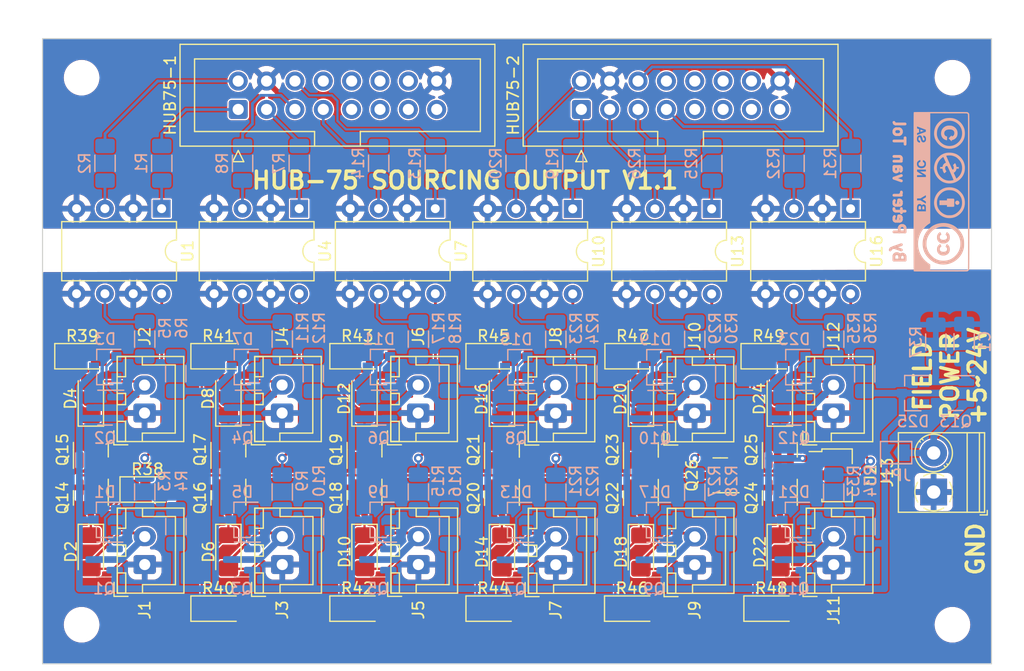
<source format=kicad_pcb>
(kicad_pcb (version 20211014) (generator pcbnew)
  (layers (0 "F.Cu" signal "Front") (31 "B.Cu" signal "Back") (34 "B.Paste" user) (35 "F.Paste" user) (36 "B.SilkS" user "B.Silkscreen") (37 "F.SilkS" user "F.Silkscreen") (38 "B.Mask" user) (39 "F.Mask" user) (44 "Edge.Cuts" user))
  (net 0 "")
  (net 1 "VDD")
  (net 2 "Net-(D2-Pad2)")
  (net 3 "GNDD")
  (net 4 "GND")
  (net 5 "Net-(D3-Pad2)")
  (net 6 "Net-(D4-Pad2)")
  (net 7 "Net-(R2-Pad2)")
  (net 8 "Net-(D5-Pad2)")
  (net 9 "Net-(D6-Pad2)")
  (net 10 "Net-(D7-Pad2)")
  (net 11 "Net-(D8-Pad2)")
  (net 12 "Net-(D9-Pad2)")
  (net 13 "Net-(D10-Pad2)")
  (net 14 "Net-(D11-Pad2)")
  (net 15 "Net-(D12-Pad2)")
  (net 16 "GPIO1-6")
  (net 17 "GPIO1-5")
  (net 18 "GPIO1-4")
  (net 19 "GPIO1-3")
  (net 20 "GPIO1-2")
  (net 21 "GPIO1-1")
  (net 22 "Net-(D13-Pad2)")
  (net 23 "Net-(D14-Pad2)")
  (net 24 "Net-(D15-Pad2)")
  (net 25 "Net-(D16-Pad2)")
  (net 26 "GPIO2-6")
  (net 27 "GPIO2-5")
  (net 28 "GPIO2-4")
  (net 29 "GPIO2-3")
  (net 30 "GPIO2-2")
  (net 31 "GPIO2-1")
  (net 32 "Net-(R20-Pad2)")
  (net 33 "/opto_coupler_channel3/FET-driver1/SIGNAL_IN")
  (net 34 "/opto_coupler_channel3/FET-driver2/SIGNAL_IN")
  (net 35 "Net-(D17-Pad2)")
  (net 36 "Net-(D18-Pad2)")
  (net 37 "Net-(R8-Pad2)")
  (net 38 "Net-(R14-Pad2)")
  (net 39 "Net-(D19-Pad2)")
  (net 40 "/opto_coupler_channel2/FET-driver2/SIGNAL_IN")
  (net 41 "/opto_coupler_channel2/FET-driver1/SIGNAL_IN")
  (net 42 "Net-(D20-Pad2)")
  (net 44 "/opto_coupler_channel1/FET-driver2/SIGNAL_IN")
  (net 45 "/opto_coupler_channel1/FET-driver1/SIGNAL_IN")
  (net 46 "Net-(R26-Pad2)")
  (net 47 "/opto_coupler_channel4/FET-driver1/SIGNAL_IN")
  (net 48 "/opto_coupler_channel/FET-driver2/SIGNAL_IN")
  (net 49 "/opto_coupler_channel/FET-driver1/SIGNAL_IN")
  (net 56 "/opto_coupler_channel4/FET-driver2/SIGNAL_IN")
  (net 58 "Net-(D21-Pad2)")
  (net 59 "Net-(D22-Pad2)")
  (net 60 "Net-(D23-Pad2)")
  (net 61 "Net-(D24-Pad2)")
  (net 68 "Net-(R32-Pad2)")
  (net 69 "/opto_coupler_channel5/FET-driver1/SIGNAL_IN")
  (net 70 "/opto_coupler_channel5/FET-driver2/SIGNAL_IN")
  (net 71 "Net-(C1-Pad1)")
  (net 72 "Net-(J13-Pad2)")
  (net 73 "Net-(R7-Pad2)")
  (net 74 "Net-(R31-Pad2)")
  (net 75 "Net-(R25-Pad2)")
  (net 76 "Net-(R19-Pad2)")
  (net 77 "Net-(R13-Pad2)")
  (net 78 "Net-(R1-Pad2)")
  (net 79 "Net-(D8-Pad1)")
  (net 80 "Net-(D6-Pad1)")
  (net 81 "Net-(D4-Pad1)")
  (net 82 "Net-(D24-Pad1)")
  (net 83 "Net-(D22-Pad1)")
  (net 84 "Net-(D20-Pad1)")
  (net 85 "Net-(D2-Pad1)")
  (net 86 "Net-(D18-Pad1)")
  (net 87 "Net-(D16-Pad1)")
  (net 88 "Net-(D14-Pad1)")
  (net 89 "Net-(D12-Pad1)")
  (net 90 "Net-(D10-Pad1)")
  (net 91 "Net-(D1-Pad2)")
  (net 92 "CUR_MIRROR")
  (footprint "Connector_JST:JST_XH_B2B-XH-A_1x02_P2.50mm_Vertical" (layer "F.Cu") (at 109.474 97.673 90)
    (fp_text reference "J9")
    (fp_text value "Conn_01x02_Male" hide)
  )
  (footprint "Connector_JST:JST_XH_B2B-XH-A_1x02_P2.50mm_Vertical" (layer "F.Cu") (at 121.92 97.663 90)
    (fp_text reference "J11")
    (fp_text value "Conn_01x02_Male" hide)
  )
  (footprint "LED_SMD:LED_1206_3216Metric_Pad1.42x1.75mm_HandSolder" (layer "F.Cu") (at 79.893 96.51 -90)
    (fp_text reference "D10")
    (fp_text value "LED_Small" hide)
  )
  (footprint "LED_SMD:LED_1206_3216Metric_Pad1.42x1.75mm_HandSolder" (layer "F.Cu") (at 66.802 101.6)
    (fp_text reference "R40")
    (fp_text value "R" hide)
  )
  (footprint "LED_SMD:LED_1206_3216Metric_Pad1.42x1.75mm_HandSolder" (layer "F.Cu") (at 54.61 78.994)
    (fp_text reference "R39")
    (fp_text value "R" hide)
  )
  (footprint "MountingHole:MountingHole_2.7mm_M2.5_DIN965" (layer "F.Cu") (at 132.554 54.046)
    (fp_text reference "HOLE2" hide)
    (fp_text value "MountingHole_2.7mm_M2.5_DIN965" hide)
  )
  (footprint "LED_SMD:LED_1206_3216Metric_Pad1.42x1.75mm_HandSolder" (layer "F.Cu") (at 104.648 82.814 90)
    (fp_text reference "D20")
    (fp_text value "LED_Small" hide)
  )
  (footprint "LED_SMD:LED_1206_3216Metric_Pad1.42x1.75mm_HandSolder" (layer "F.Cu") (at 60.452 90.932)
    (fp_text reference "R38")
    (fp_text value "R" hide)
  )
  (footprint "Connector_JST:JST_XH_B2B-XH-A_1x02_P2.50mm_Vertical" (layer "F.Cu") (at 84.719 97.653 90)
    (fp_text reference "J5")
    (fp_text value "Conn_01x02_Male" hide)
  )
  (footprint "LED_SMD:LED_1206_3216Metric_Pad1.42x1.75mm_HandSolder" (layer "F.Cu") (at 55.382 96.51 -90)
    (fp_text reference "D2")
    (fp_text value "LED_Small" hide)
  )
  (footprint "TerminalBlock_Phoenix:TerminalBlock_Phoenix_PT-1,5-2-3.5-H_1x02_P3.50mm_Horizontal" (layer "F.Cu") (at 130.872 91.158 90)
    (fp_text reference "J13")
    (fp_text value "Screw_Terminal_01x02" hide)
  )
  (footprint "Connector_JST:JST_XH_B2B-XH-A_1x02_P2.50mm_Vertical" (layer "F.Cu") (at 97.011 84.098 90)
    (fp_text reference "J8")
    (fp_text value "Conn_01x02_Male" hide)
  )
  (footprint "LED_SMD:LED_1206_3216Metric_Pad1.42x1.75mm_HandSolder" (layer "F.Cu") (at 103.886 78.994)
    (fp_text reference "R47")
    (fp_text value "R" hide)
  )
  (footprint "Package_TO_SOT_SMD:SOT-23" (layer "F.Cu") (at 92.202 87.386 90)
    (fp_text reference "Q21")
    (fp_text value "2N7002" hide)
  )
  (footprint "LED_SMD:LED_1206_3216Metric_Pad1.42x1.75mm_HandSolder" (layer "F.Cu") (at 116.332 101.6)
    (fp_text reference "R48")
    (fp_text value "R" hide)
  )
  (footprint "LED_SMD:LED_1206_3216Metric_Pad1.42x1.75mm_HandSolder" (layer "F.Cu") (at 66.802 78.994)
    (fp_text reference "R41")
    (fp_text value "R" hide)
  )
  (footprint "Package_TO_SOT_SMD:SOT-23" (layer "F.Cu") (at 104.648 87.386 90)
    (fp_text reference "Q23")
    (fp_text value "2N7002" hide)
  )
  (footprint "LED_SMD:LED_1206_3216Metric_Pad1.42x1.75mm_HandSolder" (layer "F.Cu") (at 117.094 82.804 90)
    (fp_text reference "D24")
    (fp_text value "LED_Small" hide)
  )
  (footprint "Connector_IDC:IDC-Header_2x08_P2.54mm_Vertical" (layer "F.Cu") (at 68.58 56.8865 90)
    (fp_text reference "HUB75-1")
    (fp_text value "Conn_02x08_Odd_Even" hide)
  )
  (footprint "LED_SMD:LED_1206_3216Metric_Pad1.42x1.75mm_HandSolder" (layer "F.Cu") (at 67.701 96.51 -90)
    (fp_text reference "D6")
    (fp_text value "LED_Small" hide)
  )
  (footprint "Connector_JST:JST_XH_B2B-XH-A_1x02_P2.50mm_Vertical" (layer "F.Cu") (at 84.702 84.078 90)
    (fp_text reference "J6")
    (fp_text value "Conn_01x02_Male" hide)
  )
  (footprint "Package_DIP:DIP-8_W7.62mm" (layer "F.Cu") (at 86.233 65.776 -90)
    (fp_text reference "U7")
    (fp_text value "LTV-827" hide)
  )
  (footprint "Connector_JST:JST_XH_B2B-XH-A_1x02_P2.50mm_Vertical" (layer "F.Cu") (at 97.028 97.673 90)
    (fp_text reference "J7")
    (fp_text value "Conn_01x02_Male" hide)
  )
  (footprint "LED_SMD:LED_1206_3216Metric_Pad1.42x1.75mm_HandSolder" (layer "F.Cu") (at 79.893 82.794 90)
    (fp_text reference "D12")
    (fp_text value "LED_Small" hide)
  )
  (footprint "LED_SMD:LED_1206_3216Metric_Pad1.42x1.75mm_HandSolder" (layer "F.Cu") (at 67.701 82.794 90)
    (fp_text reference "D8")
    (fp_text value "LED_Small" hide)
  )
  (footprint "Package_TO_SOT_SMD:SOT-23" (layer "F.Cu") (at 104.648 91.704 -90)
    (fp_text reference "Q22")
    (fp_text value "2N7002" hide)
  )
  (footprint "Package_TO_SOT_SMD:SOT-23" (layer "F.Cu") (at 79.893 91.684 -90)
    (fp_text reference "Q18")
    (fp_text value "2N7002" hide)
  )
  (footprint "Connector_JST:JST_XH_B2B-XH-A_1x02_P2.50mm_Vertical" (layer "F.Cu") (at 72.51 84.078 90)
    (fp_text reference "J4")
    (fp_text value "Conn_01x02_Male" hide)
  )
  (footprint "LED_SMD:LED_1206_3216Metric_Pad1.42x1.75mm_HandSolder" (layer "F.Cu") (at 116.078 78.994)
    (fp_text reference "R49")
    (fp_text value "R" hide)
  )
  (footprint "LED_SMD:LED_1206_3216Metric_Pad1.42x1.75mm_HandSolder" (layer "F.Cu") (at 55.382 82.794 90)
    (fp_text reference "D4")
    (fp_text value "LED_Small" hide)
  )
  (footprint "Package_TO_SOT_SMD:SOT-89-3" (layer "F.Cu") (at 121.92 89.662)
    (fp_text reference "U2")
    (fp_text value "CL2N8-G" hide)
  )
  (footprint "Package_DIP:DIP-8_W7.62mm" (layer "F.Cu") (at 61.722 65.776 -90)
    (fp_text reference "U1")
    (fp_text value "LTV-827" hide)
  )
  (footprint "Package_TO_SOT_SMD:SOT-23" (layer "F.Cu") (at 92.202 91.704 -90)
    (fp_text reference "Q20")
    (fp_text value "2N7002" hide)
  )
  (footprint "Connector_IDC:IDC-Header_2x08_P2.54mm_Vertical" (layer "F.Cu") (at 99.314 56.8865 90)
    (fp_text reference "HUB75-2")
    (fp_text value "Conn_02x08_Odd_Even" hide)
  )
  (footprint "Package_TO_SOT_SMD:SOT-23" (layer "F.Cu") (at 117.094 91.694 -90)
    (fp_text reference "Q24")
    (fp_text value "2N7002" hide)
  )
  (footprint "Package_TO_SOT_SMD:SOT-23" (layer "F.Cu") (at 67.701 87.366 90)
    (fp_text reference "Q17")
    (fp_text value "2N7002" hide)
  )
  (footprint "LED_SMD:LED_1206_3216Metric_Pad1.42x1.75mm_HandSolder" (layer "F.Cu") (at 117.094 96.52 -90)
    (fp_text reference "D22")
    (fp_text value "LED_Small" hide)
  )
  (footprint "LED_SMD:LED_1206_3216Metric_Pad1.42x1.75mm_HandSolder" (layer "F.Cu") (at 92.202 96.53 -90)
    (fp_text reference "D14")
    (fp_text value "LED_Small" hide)
  )
  (footprint "Package_TO_SOT_SMD:SOT-23" (layer "F.Cu") (at 111.76 89.662 180)
    (fp_text reference "Q26")
    (fp_text value "2N7002" hide)
  )
  (footprint "Package_DIP:DIP-8_W7.62mm" (layer "F.Cu") (at 110.988 65.796 -90)
    (fp_text reference "U13")
    (fp_text value "LTV-827" hide)
  )
  (footprint "LED_SMD:LED_1206_3216Metric_Pad1.42x1.75mm_HandSolder" (layer "F.Cu") (at 91.44 101.6)
    (fp_text reference "R44")
    (fp_text value "R" hide)
  )
  (footprint "Connector_JST:JST_XH_B2B-XH-A_1x02_P2.50mm_Vertical" (layer "F.Cu") (at 109.457 84.098 90)
    (fp_text reference "J10")
    (fp_text value "Conn_01x02_Male" hide)
  )
  (footprint "Package_TO_SOT_SMD:SOT-23" (layer "F.Cu") (at 55.382 91.684 -90)
    (fp_text reference "Q14")
    (fp_text value "2N7002" hide)
  )
  (footprint "LED_SMD:LED_1206_3216Metric_Pad1.42x1.75mm_HandSolder" (layer "F.Cu") (at 104.648 96.53 -90)
    (fp_text reference "D18")
    (fp_text value "LED_Small" hide)
  )
  (footprint "LED_SMD:LED_1206_3216Metric_Pad1.42x1.75mm_HandSolder" (layer "F.Cu") (at 79.248 101.6)
    (fp_text reference "R42")
    (fp_text value "R" hide)
  )
  (footprint "LED_SMD:LED_1206_3216Metric_Pad1.42x1.75mm_HandSolder" (layer "F.Cu") (at 91.44 78.994)
    (fp_text reference "R45")
    (fp_text value "R" hide)
  )
  (footprint "Package_TO_SOT_SMD:SOT-23" (layer "F.Cu") (at 55.382 87.366 90)
    (fp_text reference "Q15")
    (fp_text value "2N7002" hide)
  )
  (footprint "LED_SMD:LED_1206_3216Metric_Pad1.42x1.75mm_HandSolder" (layer "F.Cu") (at 79.248 78.994)
    (fp_text reference "R43")
    (fp_text value "R" hide)
  )
  (footprint "MountingHole:MountingHole_2.7mm_M2.5_DIN965" (layer "F.Cu") (at 54.554 54.046)
    (fp_text reference "HOLE1" hide)
    (fp_text value "MountingHole_2.7mm_M2.5_DIN965" hide)
  )
  (footprint "LED_SMD:LED_1206_3216Metric_Pad1.42x1.75mm_HandSolder" (layer "F.Cu") (at 92.202 82.814 90)
    (fp_text reference "D16")
    (fp_text value "LED_Small" hide)
  )
  (footprint "Package_DIP:DIP-8_W7.62mm" (layer "F.Cu") (at 123.434 65.786 -90)
    (fp_text reference "U16")
    (fp_text value "LTV-827" hide)
  )
  (footprint "Connector_JST:JST_XH_B2B-XH-A_1x02_P2.50mm_Vertical" (layer "F.Cu") (at 60.191 84.078 90)
    (fp_text reference "J2")
    (fp_text value "Conn_01x02_Male" hide)
  )
  (footprint "Package_DIP:DIP-8_W7.62mm" (layer "F.Cu") (at 74.041 65.776 -90)
    (fp_text reference "U4")
    (fp_text value "LTV-827" hide)
  )
  (footprint "Package_TO_SOT_SMD:SOT-23" (layer "F.Cu") (at 79.893 87.366 90)
    (fp_text reference "Q19")
    (fp_text value "2N7002" hide)
  )
  (footprint "LED_SMD:LED_1206_3216Metric_Pad1.42x1.75mm_HandSolder" (layer "F.Cu") (at 103.8495 101.6)
    (fp_text reference "R46")
    (fp_text value "R" hide)
  )
  (footprint "MountingHole:MountingHole_2.7mm_M2.5_DIN965" (layer "F.Cu") (at 132.554 103.046)
    (fp_text reference "HOLE4" hide)
    (fp_text value "MountingHole_2.7mm_M2.5_DIN965" hide)
  )
  (footprint "Package_DIP:DIP-8_W7.62mm" (layer "F.Cu") (at 98.542 65.796 -90)
    (fp_text reference "U10")
    (fp_text value "LTV-827" hide)
  )
  (footprint "Connector_JST:JST_XH_B2B-XH-A_1x02_P2.50mm_Vertical" (layer "F.Cu") (at 72.527 97.653 90)
    (fp_text reference "J3")
    (fp_text value "Conn_01x02_Male" hide)
  )
  (footprint "Connector_JST:JST_XH_B2B-XH-A_1x02_P2.50mm_Vertical" (layer "F.Cu") (at 60.208 97.653 90)
    (fp_text reference "J1")
    (fp_text value "Conn_01x02_Male" hide)
  )
  (footprint "MountingHole:MountingHole_2.7mm_M2.5_DIN965" (layer "F.Cu") (at 54.554 103.046)
    (fp_text reference "HOLE3" hide)
    (fp_text value "MountingHole_2.7mm_M2.5_DIN965" hide)
  )
  (footprint "Package_TO_SOT_SMD:SOT-23" (layer "F.Cu") (at 117.094 87.376 90)
    (fp_text reference "Q25")
    (fp_text value "2N7002" hide)
  )
  (footprint "Package_TO_SOT_SMD:SOT-23" (layer "F.Cu") (at 67.701 91.684 -90)
    (fp_text reference "Q16")
    (fp_text value "2N7002" hide)
  )
  (footprint "Connector_JST:JST_XH_B2B-XH-A_1x02_P2.50mm_Vertical" (layer "F.Cu") (at 121.903 84.088 90)
    (fp_text reference "J12")
    (fp_text value "Conn_01x02_Male" hide)
  )
  (footprint "Resistor_SMD:R_1206_3216Metric_Pad1.30x1.75mm_HandSolder" (layer "B.Cu") (at 74.051 61.712 -90)
    (fp_text reference "R7")
    (fp_text value "240R")
  )
  (footprint "Package_TO_SOT_SMD:SOT-23" (layer "B.Cu") (at 56.5735 97.206 180)
    (fp_text reference "Q1")
    (fp_text value "BSS84" hide)
  )
  (footprint "Resistor_SMD:R_1206_3216Metric_Pad1.30x1.75mm_HandSolder" (layer "B.Cu") (at 112.251 80.58 90)
    (fp_text reference "R30")
    (fp_text value "10K")
  )
  (footprint "Resistor_SMD:R_1206_3216Metric_Pad1.30x1.75mm_HandSolder" (layer "B.Cu") (at 98.552 61.732 -90)
    (fp_text reference "R19")
    (fp_text value "240R")
  )
  (footprint "Capacitor_SMD:C_1206_3216Metric_Pad1.33x1.80mm_HandSolder" (layer "B.Cu") (at 133.604 77.6855 90)
    (fp_text reference "C1")
    (fp_text value "15uF")
  )
  (footprint "Resistor_SMD:R_1206_3216Metric_Pad1.30x1.75mm_HandSolder" (layer "B.Cu") (at 124.697 80.57 90)
    (fp_text reference "R36")
    (fp_text value "10K")
  )
  (footprint "Diode_SMD:D_SOT-23_ANK" (layer "B.Cu") (at 129.032 82.296 180)
    (fp_text reference "D25")
    (fp_text value "D_Zener")
  )
  (footprint "Resistor_SMD:R_1206_3216Metric_Pad1.30x1.75mm_HandSolder" (layer "B.Cu") (at 110.998 61.732 -90)
    (fp_text reference "R25")
    (fp_text value "240R")
  )
  (footprint "Package_TO_SOT_SMD:SOT-23" (layer "B.Cu") (at 93.471 83.62 180)
    (fp_text reference "Q8")
    (fp_text value "BSS84" hide)
  )
  (footprint "Package_TO_SOT_SMD:SOT-23" (layer "B.Cu") (at 81.162 83.6 180)
    (fp_text reference "Q6")
    (fp_text value "BSS84" hide)
  )
  (footprint "Resistor_SMD:R_1206_3216Metric_Pad1.30x1.75mm_HandSolder" (layer "B.Cu") (at 75.321 94.25 90)
    (fp_text reference "R10")
    (fp_text value "10K")
  )
  (footprint "Resistor_SMD:R_1206_3216Metric_Pad1.30x1.75mm_HandSolder" (layer "B.Cu") (at 84.719 91.15 90)
    (fp_text reference "R15")
    (fp_text value "200R")
  )
  (footprint "Package_TO_SOT_SMD:SOT-23" (layer "B.Cu") (at 132.842 82.296 180)
    (fp_text reference "Q13")
    (fp_text value "AO3401A")
  )
  (footprint "Resistor_SMD:R_1206_3216Metric_Pad1.30x1.75mm_HandSolder" (layer "B.Cu") (at 63.002 94.25 90)
    (fp_text reference "R4")
    (fp_text value "10K")
  )
  (footprint "Diode_SMD:D_SOT-23_ANK" (layer "B.Cu") (at 81.147 93.65 180)
    (fp_text reference "D9")
    (fp_text value "D_Zener" hide)
  )
  (footprint "Resistor_SMD:R_1206_3216Metric_Pad1.30x1.75mm_HandSolder" (layer "B.Cu") (at 99.805 80.58 90)
    (fp_text reference "R24")
    (fp_text value "10K")
  )
  (footprint "Resistor_SMD:R_1206_3216Metric_Pad1.30x1.75mm_HandSolder" (layer "B.Cu") (at 87.513 94.25 90)
    (fp_text reference "R16")
    (fp_text value "10K")
  )
  (footprint "Diode_SMD:D_SOT-23_ANK" (layer "B.Cu") (at 81.179 79.96 180)
    (fp_text reference "D11")
    (fp_text value "D_Zener" hide)
  )
  (footprint "Resistor_SMD:R_1206_3216Metric_Pad1.30x1.75mm_HandSolder" (layer "B.Cu") (at 81.163 61.712 -90)
    (fp_text reference "R14")
    (fp_text value "240R")
  )
  (footprint "Resistor_SMD:R_1206_3216Metric_Pad1.30x1.75mm_HandSolder" (layer "B.Cu") (at 68.971 61.712 -90)
    (fp_text reference "R8")
    (fp_text value "240R")
  )
  (footprint "Resistor_SMD:R_1206_3216Metric_Pad1.30x1.75mm_HandSolder" (layer "B.Cu") (at 124.714 94.26 90)
    (fp_text reference "R34")
    (fp_text value "10K")
  )
  (footprint "Package_TO_SOT_SMD:SOT-23" (layer "B.Cu") (at 93.3935 97.226 180)
    (fp_text reference "Q7")
    (fp_text value "BSS84" hide)
  )
  (footprint "Resistor_SMD:R_1206_3216Metric_Pad1.30x1.75mm_HandSolder" (layer "B.Cu") (at 131.064 77.724 90)
    (fp_text reference "R37")
    (fp_text value "10K")
  )
  (footprint "Resistor_SMD:R_1206_3216Metric_Pad1.30x1.75mm_HandSolder" (layer "B.Cu") (at 86.243 61.712 -90)
    (fp_text reference "R13")
    (fp_text value "240R")
  )
  (footprint "Resistor_SMD:R_1206_3216Metric_Pad1.30x1.75mm_HandSolder" (layer "B.Cu") (at 56.652 61.712 -90)
    (fp_text reference "R2")
    (fp_text value "240R")
  )
  (footprint "Package_TO_SOT_SMD:SOT-23" (layer "B.Cu") (at 105.8395 97.226 180)
    (fp_text reference "Q9")
    (fp_text value "BSS84" hide)
  )
  (footprint "Resistor_SMD:R_1206_3216Metric_Pad1.30x1.75mm_HandSolder" (layer "B.Cu") (at 60.208 77.46 90)
    (fp_text reference "R5")
    (fp_text value "200R")
  )
  (footprint "Resistor_SMD:R_1206_3216Metric_Pad1.30x1.75mm_HandSolder" (layer "B.Cu") (at 99.822 94.27 90)
    (fp_text reference "R22")
    (fp_text value "10K")
  )
  (footprint "Diode_SMD:D_SOT-23_ANK" (layer "B.Cu") (at 118.348 93.66 180)
    (fp_text reference "D21")
    (fp_text value "D_Zener" hide)
  )
  (footprint "Package_TO_SOT_SMD:SOT-23" (layer "B.Cu") (at 118.363 83.61 180)
    (fp_text reference "Q12")
    (fp_text value "BSS84" hide)
  )
  (footprint "Resistor_SMD:R_1206_3216Metric_Pad1.30x1.75mm_HandSolder" (layer "B.Cu") (at 75.304 80.56 90)
    (fp_text reference "R12")
    (fp_text value "10K")
  )
  (footprint "Resistor_SMD:R_1206_3216Metric_Pad1.30x1.75mm_HandSolder" (layer "B.Cu") (at 93.472 61.732 -90)
    (fp_text reference "R20")
    (fp_text value "240R")
  )
  (footprint "Diode_SMD:D_SOT-23_ANK" (layer "B.Cu") (at 68.955 93.65 180)
    (fp_text reference "D5")
    (fp_text value "D_Zener" hide)
  )
  (footprint "LOGO" (layer "B.Cu") (at 131.572 64.262 90)
    (fp_text reference "G***" hide)
    (fp_text value "LOGO" hide)
  )
  (footprint "Resistor_SMD:R_1206_3216Metric_Pad1.30x1.75mm_HandSolder" (layer "B.Cu") (at 60.208 91.15 90)
    (fp_text reference "R3")
    (fp_text value "200R")
  )
  (footprint "Diode_SMD:D_SOT-23_ANK" (layer "B.Cu") (at 56.636 93.65 180)
    (fp_text reference "D1")
    (fp_text value "D_Zener" hide)
  )
  (footprint "Jumper:SolderJumper-2_P1.3mm_Open_TrianglePad1.0x1.5mm" (layer "B.Cu") (at 127.508 87.63 180)
    (fp_text reference "JP1")
    (fp_text value "Jumper_2_Open")
  )
  (footprint "Diode_SMD:D_SOT-23_ANK" (layer "B.Cu") (at 118.38 79.97 180)
    (fp_text reference "D23")
    (fp_text value "D_Zener" hide)
  )
  (footprint "Resistor_SMD:R_1206_3216Metric_Pad1.30x1.75mm_HandSolder" (layer "B.Cu") (at 105.918 61.732 -90)
    (fp_text reference "R26")
    (fp_text value "240R")
  )
  (footprint "Resistor_SMD:R_1206_3216Metric_Pad1.30x1.75mm_HandSolder" (layer "B.Cu") (at 62.985 80.56 90)
    (fp_text reference "R6")
    (fp_text value "10K")
  )
  (footprint "Resistor_SMD:R_1206_3216Metric_Pad1.30x1.75mm_HandSolder" (layer "B.Cu") (at 123.444 61.722 -90)
    (fp_text reference "R31")
    (fp_text value "240R")
  )
  (footprint "Package_TO_SOT_SMD:SOT-23" (layer "B.Cu") (at 68.97 83.6 180)
    (fp_text reference "Q4")
    (fp_text value "BSS84" hide)
  )
  (footprint "Resistor_SMD:R_1206_3216Metric_Pad1.30x1.75mm_HandSolder" (layer "B.Cu") (at 84.719 77.46 90)
    (fp_text reference "R17")
    (fp_text value "200R")
  )
  (footprint "Resistor_SMD:R_1206_3216Metric_Pad1.30x1.75mm_HandSolder" (layer "B.Cu") (at 87.496 80.56 90)
    (fp_text reference "R18")
    (fp_text value "10K")
  )
  (footprint "Diode_SMD:D_SOT-23_ANK" (layer "B.Cu") (at 93.456 93.67 180)
    (fp_text reference "D13")
    (fp_text value "D_Zener" hide)
  )
  (footprint "Resistor_SMD:R_1206_3216Metric_Pad1.30x1.75mm_HandSolder" (layer "B.Cu") (at 97.028 77.48 90)
    (fp_text reference "R23")
    (fp_text value "200R")
  )
  (footprint "Resistor_SMD:R_1206_3216Metric_Pad1.30x1.75mm_HandSolder" (layer "B.Cu") (at 109.474 77.48 90)
    (fp_text reference "R29")
    (fp_text value "200R")
  )
  (footprint "Diode_SMD:D_SOT-23_ANK" (layer "B.Cu") (at 68.987 79.96 180)
    (fp_text reference "D7")
    (fp_text value "D_Zener" hide)
  )
  (footprint "Package_TO_SOT_SMD:SOT-23" (layer "B.Cu") (at 81.0845 97.206 180)
    (fp_text reference "Q5")
    (fp_text value "BSS84" hide)
  )
  (footprint "Resistor_SMD:R_1206_3216Metric_Pad1.30x1.75mm_HandSolder" (layer "B.Cu") (at 61.732 61.712 -90)
    (fp_text reference "R1")
    (fp_text value "240R")
  )
  (footprint "Resistor_SMD:R_1206_3216Metric_Pad1.30x1.75mm_HandSolder" (layer "B.Cu") (at 118.364 61.722 -90)
    (fp_text reference "R32")
    (fp_text value "240R")
  )
  (footprint "Resistor_SMD:R_1206_3216Metric_Pad1.30x1.75mm_HandSolder" (layer "B.Cu") (at 72.527 77.46 90)
    (fp_text reference "R11")
    (fp_text value "200R")
  )
  (footprint "Resistor_SMD:R_1206_3216Metric_Pad1.30x1.75mm_HandSolder" (layer "B.Cu") (at 112.268 94.27 90)
    (fp_text reference "R28")
    (fp_text value "10K")
  )
  (footprint "Resistor_SMD:R_1206_3216Metric_Pad1.30x1.75mm_HandSolder" (layer "B.Cu") (at 72.527 91.15 90)
    (fp_text reference "R9")
    (fp_text value "200R")
  )
  (footprint "Diode_SMD:D_SOT-23_ANK" (layer "B.Cu") (at 105.934 79.98 180)
    (fp_text reference "D19")
    (fp_text value "D_Zener" hide)
  )
  (footprint "Resistor_SMD:R_1206_3216Metric_Pad1.30x1.75mm_HandSolder" (layer "B.Cu") (at 97.028 91.17 90)
    (fp_text reference "R21")
    (fp_text value "200R")
  )
  (footprint "Diode_SMD:D_SOT-23_ANK" (layer "B.Cu") (at 56.668 79.96 180)
    (fp_text reference "D3")
    (fp_text value "D_Zener" hide)
  )
  (footprint "Resistor_SMD:R_1206_3216Metric_Pad1.30x1.75mm_HandSolder" (layer "B.Cu") (at 121.92 91.16 90)
    (fp_text reference "R33")
    (fp_text value "200R")
  )
  (footprint "Resistor_SMD:R_1206_3216Metric_Pad1.30x1.75mm_HandSolder" (layer "B.Cu") (at 121.92 77.47 90)
    (fp_text reference "R35")
    (fp_text value "200R")
  )
  (footprint "Package_TO_SOT_SMD:SOT-23" (layer "B.Cu") (at 68.8925 97.206 180)
    (fp_text reference "Q3")
    (fp_text value "BSS84" hide)
  )
  (footprint "Resistor_SMD:R_1206_3216Metric_Pad1.30x1.75mm_HandSolder" (layer "B.Cu") (at 109.474 91.17 90)
    (fp_text reference "R27")
    (fp_text value "200R")
  )
  (footprint "Diode_SMD:D_SOT-23_ANK" (layer "B.Cu") (at 93.488 79.98 180)
    (fp_text reference "D15")
    (fp_text value "D_Zener" hide)
  )
  (footprint "Package_TO_SOT_SMD:SOT-23" (layer "B.Cu") (at 105.917 83.62 180)
    (fp_text reference "Q10")
    (fp_text value "BSS84" hide)
  )
  (footprint "Package_TO_SOT_SMD:SOT-23" (layer "B.Cu") (at 118.2855 97.216 180)
    (fp_text reference "Q11")
    (fp_text value "BSS84" hide)
  )
  (footprint "Package_TO_SOT_SMD:SOT-23" (layer "B.Cu") (at 56.651 83.6 180)
    (fp_text reference "Q2")
    (fp_text value "BSS84" hide)
  )
  (footprint "Diode_SMD:D_SOT-23_ANK" (layer "B.Cu") (at 105.902 93.67 180)
    (fp_text reference "D17")
    (fp_text value "D_Zener" hide)
  )
  (gr_rect (start 51.054 50.546) (end 136.054 106.546) (layer "Edge.Cuts") (width 0.1) (fill none))
  (gr_text "By Peter van Tol" (at 127.762 64.262 270) (layer "B.SilkS") (effects (font (size 1 1) (thickness 0.25)) (justify mirror)))
  (gr_text "FIELD\nPOWER\n+5~24V" (at 132.334 80.772 90) (layer "F.SilkS") (effects (font (size 1.524 1.524) (thickness 0.3048))))
  (gr_text "HUB-75 SOURCING OUTPUT V1.1" (at 88.9 63.246) (layer "F.SilkS") (effects (font (size 1.524 1.524) (thickness 0.3048))))
  (gr_text "GND" (at 134.62 96.266 90) (layer "F.SilkS") (effects (font (size 1.524 1.524) (thickness 0.3048))))
  (segment (start 119.15 88.162) (end 119.126 88.138) (width 0.2) (layer "F.Cu") (net 1))
  (segment (start 120.27 88.162) (end 119.15 88.162) (width 0.6) (layer "F.Cu") (net 1))
  (via (at 119.126 88.138) (size 0.6) (drill 0.3) (layers "F.Cu" "B.Cu") (net 1))
  (segment (start 66.624 93.65) (end 67.955 93.65) (width 0.6) (layer "B.Cu") (net 1))
  (segment (start 116.078 88.138) (end 116.078 84.582) (width 0.6) (layer "B.Cu") (net 1))
  (segment (start 90.932 84.582) (end 94.3965 84.582) (width 0.6) (layer "B.Cu") (net 1))
  (segment (start 116.078 93.726) (end 116.078 88.138) (width 0.6) (layer "B.Cu") (net 1))
  (segment (start 90.932 93.726) (end 90.988 93.67) (width 0.6) (layer "B.Cu") (net 1))
  (segment (start 94.244 98.263) (end 94.331 98.176) (width 0.6) (layer "B.Cu") (net 1))
  (segment (start 103.378 84.582) (end 106.8425 84.582) (width 0.6) (layer "B.Cu") (net 1))
  (segment (start 116.078 84.582) (end 116.078 81.754) (width 0.6) (layer "B.Cu") (net 1))
  (segment (start 103.378 82.13) (end 99.805 82.13) (width 0.6) (layer "B.Cu") (net 1))
  (segment (start 54.356 93.726) (end 54.432 93.65) (width 0.6) (layer "B.Cu") (net 1))
  (segment (start 75.321 99.812) (end 75.321 95.8) (width 0.6) (layer "B.Cu") (net 1))
  (segment (start 78.74 93.472) (end 78.918 93.65) (width 0.6) (layer "B.Cu") (net 1))
  (segment (start 94.3965 84.582) (end 94.4085 84.57) (width 0.6) (layer "B.Cu") (net 1))
  (segment (start 90.932 93.726) (end 90.932 99.832) (width 0.6) (layer "B.Cu") (net 1))
  (segment (start 66.548 81.881) (end 66.548 84.582) (width 0.6) (layer "B.Cu") (net 1))
  (segment (start 119.2785 84.582) (end 119.3005 84.56) (width 0.6) (layer "B.Cu") (net 1))
  (segment (start 54.356 84.582) (end 54.388 84.55) (width 0.6) (layer "B.Cu") (net 1))
  (segment (start 57.658 99.822) (end 57.648 99.812) (width 0.6) (layer "B.Cu") (net 1))
  (segment (start 54.432 93.65) (end 55.636 93.65) (width 0.6) (layer "B.Cu") (net 1))
  (segment (start 57.648 99.812) (end 57.511 99.675) (width 0.6) (layer "B.Cu") (net 1))
  (segment (start 119.126 99.822) (end 57.658 99.822) (width 0.6) (layer "B.Cu") (net 1))
  (segment (start 128.032 82.296) (end 128.032 84.438) (width 0.6) (layer "B.Cu") (net 1))
  (segment (start 66.548 93.726) (end 66.624 93.65) (width 0.6) (layer "B.Cu") (net 1))
  (segment (start 104.934 80.462) (end 103.378 82.018) (width 0.6) (layer "B.Cu") (net 1))
  (segment (start 128.032 82.296) (end 125.003 82.296) (width 0.6) (layer "B.Cu") (net 1))
  (segment (start 103.576 93.67) (end 104.902 93.67) (width 0.6) (layer "B.Cu") (net 1))
  (segment (start 90.932 82.11) (end 87.496 82.11) (width 0.6) (layer "B.Cu") (net 1))
  (segment (start 54.356 81.754) (end 55.668 80.442) (width 0.6) (layer "B.Cu") (net 1))
  (segment (start 106.69 98.263) (end 106.777 98.176) (width 0.6) (layer "B.Cu") (net 1))
  (segment (start 90.932 82.018) (end 90.932 84.582) (width 0.6) (layer "B.Cu") (net 1))
  (segment (start 87.513 99.812) (end 87.513 95.8) (width 0.6) (layer "B.Cu") (net 1))
  (segment (start 103.378 93.472) (end 103.378 99.832) (width 0.6) (layer "B.Cu") (net 1))
  (segment (start 116.144 93.66) (end 117.348 93.66) (width 0.6) (layer "B.Cu") (net 1))
  (segment (start 103.378 84.582) (end 103.378 93.472) (width 0.6) (layer "B.Cu") (net 1))
  (segment (start 124.766 95.758) (end 124.714 95.81) (width 0.6) (layer "B.Cu") (net 1))
  (segment (start 69.84 99.812) (end 75.321 99.812) (width 0.6) (layer "B.Cu") (net 1))
  (segment (start 106.69 99.832) (end 106.69 98.263) (width 0.6) (layer "B.Cu") (net 1))
  (segment (start 126.492 95.758) (end 124.766 95.758) (width 0.6) (layer "B.Cu") (net 1))
  (segment (start 119.126 88.138) (end 116.078 88.138) (width 0.6) (layer "B.Cu") (net 1))
  (segment (start 106.8425 84.582) (end 106.8545 84.57) (width 0.6) (layer "B.Cu") (net 1))
  (segment (start 66.548 84.582) (end 66.548 93.726) (width 0.6) (layer "B.Cu") (net 1))
  (segment (start 99.822 99.832) (end 99.822 95.82) (width 0.6) (layer "B.Cu") (net 1))
  (segment (start 119.126 99.822) (end 119.126 98.263) (width 0.6) (layer "B.Cu") (net 1))
  (segment (start 103.378 99.832) (end 106.69 99.832) (width 0.6) (layer "B.Cu") (net 1))
  (segment (start 126.492 99.822) (end 119.126 99.822) (width 0.6) (layer "B.Cu") (net 1))
  (segment (start 112.268 99.832) (end 112.268 95.82) (width 0.6) (layer "B.Cu") (net 1))
  (segment (start 116.078 82.13) (end 112.251 82.13) (width 0.6) (layer "B.Cu") (net 1))
  (segment (start 116.078 81.754) (end 117.38 80.452) (width 0.6) (layer "B.Cu") (net 1))
  (segment (start 78.74 81.881) (end 78.74 84.582) (width 0.6) (layer "B.Cu") (net 1))
  (segment (start 78.74 82.11) (end 75.304 82.11) (width 0.6) (layer "B.Cu") (net 1))
  (segment (start 78.74 84.582) (end 78.74 93.472) (width 0.6) (layer "B.Cu") (net 1))
  (segment (start 66.548 84.582) (end 69.8755 84.582) (width 0.6) (layer "B.Cu") (net 1))
  (segment (start 66.548 99.812) (end 69.84 99.812) (width 0.6) (layer "B.Cu") (net 1))
  (segment (start 69.8755 84.582) (end 69.9075 84.55) (width 0.6) (layer "B.Cu") (net 1))
  (segment (start 57.648 99.812) (end 57.638 99.822) (width 0.6) (layer "B.Cu") (net 1))
  (segment (start 126.492 95.758) (end 126.492 99.822) (width 0.6) (layer "B.Cu") (net 1))
  (segment (start 78.74 99.812) (end 82.032 99.812) (width 0.6) (layer "B.Cu") (net 1))
  (segment (start 119.126 98.263) (end 119.223 98.166) (width 0.6) (layer "B.Cu") (net 1))
  (segment (start 103.378 82.018) (end 103.378 84.582) (width 0.6) (layer "B.Cu") (net 1))
  (segment (start 80.179 80.442) (end 78.74 81.881) (width 0.6) (layer "B.Cu") (net 1))
  (segment (start 54.356 99.822) (end 54.356 93.726) (width 0.6) (layer "B.Cu") (net 1))
  (segment (start 128.032 82.296) (end 131.9045 82.296) (width 0.6) (layer "B.Cu") (net 1))
  (segment (start 78.74 93.472) (end 78.74 99.812) (width 0.6) (layer "B.Cu") (net 1))
  (segment (start 63.002 99.812) (end 63.002 95.8) (width 0.6) (layer "B.Cu") (net 1))
  (segment (start 66.548 93.726) (end 66.548 99.812) (width 0.6) (layer "B.Cu") (net 1))
  (segment (start 90.932 99.832) (end 94.244 99.832) (width 0.6) (layer "B.Cu") (net 1))
  (segment (start 103.378 93.472) (end 103.576 93.67) (width 0.6) (layer "B.Cu") (net 1))
  (segment (start 106.69 99.832) (end 112.268 99.832) (width 0.6) (layer "B.Cu") (net 1))
  (segment (start 94.244 99.832) (end 94.244 98.263) (width 0.6) (layer "B.Cu") (net 1))
  (segment (start 54.356 84.582) (end 54.356 81.754) (width 0.6) (layer "B.Cu") (net 1))
  (segment (start 67.987 80.442) (end 66.548 81.881) (width 0.6) (layer "B.Cu") (net 1))
  (segment (start 82.032 99.812) (end 82.032 98.166) (width 0.6) (layer "B.Cu") (net 1))
  (segment (start 54.388 84.55) (end 57.5885 84.55) (width 0.6) (layer "B.Cu") (net 1))
  (segment (start 66.548 82.11) (end 62.985 82.11) (width 0.6) (layer "B.Cu") (net 1))
  (segment (start 54.356 93.726) (end 54.356 84.582) (width 0.6) (layer "B.Cu") (net 1))
  (segment (start 92.488 80.462) (end 90.932 82.018) (width 0.6) (layer "B.Cu") (net 1))
  (segment (start 69.84 98.166) (end 69.83 98.156) (width 0.6) (layer "B.Cu") (net 1))
  (segment (start 57.511 99.675) (end 57.511 98.156) (width 0.6) (layer "B.Cu") (net 1))
  (segment (start 78.918 93.65) (end 80.147 93.65) (width 0.6) (layer "B.Cu") (net 1))
  (segment (start 90.988 93.67) (end 92.456 93.67) (width 0.6) (layer "B.Cu") (net 1))
  (segment (start 116.078 93.726) (end 116.144 93.66) (width 0.6) (layer "B.Cu") (net 1))
  (segment (start 90.932 84.582) (end 90.932 93.726) (width 0.6) (layer "B.Cu") (net 1))
  (segment (start 116.078 99.568) (end 116.078 93.726) (width 0.6) (layer "B.Cu") (net 1))
  (segment (start 82.0675 84.582) (end 82.0995 84.55) (width 0.6) (layer "B.Cu") (net 1))
  (segment (start 128.032 84.438) (end 126.492 85.978) (width 0.6) (layer "B.Cu") (net 1))
  (segment (start 69.84 99.812) (end 69.84 98.166) (width 0.6) (layer "B.Cu") (net 1))
  (segment (start 116.078 84.582) (end 119.2785 84.582) (width 0.6) (layer "B.Cu") (net 1))
  (segment (start 78.74 84.582) (end 82.0675 84.582) (width 0.6) (layer "B.Cu") (net 1))
  (segment (start 82.032 98.166) (end 82.022 98.156) (width 0.6) (layer "B.Cu") (net 1))
  (segment (start 57.638 99.822) (end 54.356 99.822) (width 0.6) (layer "B.Cu") (net 1))
  (segment (start 126.492 85.978) (end 126.492 95.758) (width 0.6) (layer "B.Cu") (net 1))
  (segment (start 55.602 98.5155) (end 55.602 97.194) (width 0.25) (layer "F.Cu") (net 2))
  (segment (start 55.7505 98.034) (end 57.414 98.034) (width 0.2) (layer "F.Cu") (net 2))
  (segment (start 60.208 95.24) (end 60.208 95.153) (width 0.2) (layer "F.Cu") (net 2))
  (segment (start 55.602 97.194) (end 57.975 94.821) (width 0.25) (layer "F.Cu") (net 2))
  (segment (start 57.975 94.821) (end 59.92 94.821) (width 0.25) (layer "F.Cu") (net 2))
  (segment (start 57.414 98.034) (end 60.208 95.24) (width 0.2) (layer "F.Cu") (net 2))
  (segment (start 55.636 97.206) (end 58.155 97.206) (width 0.6) (layer "B.Cu") (net 2))
  (segment (start 58.155 97.206) (end 60.208 95.153) (width 0.6) (layer "B.Cu") (net 2))
  (segment (start 56.779 81.834) (end 56.779 79.899) (width 0.2) (layer "B.Cu") (net 5))
  (segment (start 56.779 79.899) (end 57.541 79.137) (width 0.2) (layer "B.Cu") (net 5))
  (segment (start 57.638 82.693) (end 56.779 81.834) (width 0.2) (layer "B.Cu") (net 5))
  (segment (start 62.985 79.01) (end 57.668 79.01) (width 0.2) (layer "B.Cu") (net 5))
  (segment (start 55.4425 81.246) (end 55.382 81.3065) (width 0.25) (layer "F.Cu") (net 6))
  (segment (start 59.903 81.246) (end 55.4425 81.246) (width 0.2) (layer "F.Cu") (net 6))
  (segment (start 60.191 81.600322) (end 60.191 81.578) (width 0.6) (layer "B.Cu") (net 6))
  (segment (start 58.191322 83.6) (end 60.191 81.600322) (width 0.6) (layer "B.Cu") (net 6))
  (segment (start 55.7135 83.6) (end 58.191322 83.6) (width 0.6) (layer "B.Cu") (net 6))
  (segment (start 56.642 65.776) (end 56.642 63.868) (width 0.25) (layer "B.Cu") (net 7))
  (segment (start 69.733 92.7) (end 69.955 92.7) (width 0.2) (layer "B.Cu") (net 8))
  (segment (start 68.971 93.462) (end 69.733 92.7) (width 0.2) (layer "B.Cu") (net 8))
  (segment (start 69.83 96.256) (end 68.971 95.397) (width 0.2) (layer "B.Cu") (net 8))
  (segment (start 72.527 92.7) (end 69.955 92.7) (width 0.2) (layer "B.Cu") (net 8))
  (segment (start 75.321 92.7) (end 72.527 92.7) (width 0.2) (layer "B.Cu") (net 8))
  (segment (start 68.971 95.397) (end 68.971 93.462) (width 0.2) (layer "B.Cu") (net 8))
  (segment (start 69.733 98.034) (end 72.527 95.24) (width 0.2) (layer "F.Cu") (net 9))
  (segment (start 67.921 97.194) (end 70.294 94.821) (width 0.25) (layer "F.Cu") (net 9))
  (segment (start 72.527 95.24) (end 72.527 95.153) (width 0.2) (layer "F.Cu") (net 9))
  (segment (start 70.294 94.821) (end 72.239 94.821) (width 0.25) (layer "F.Cu") (net 9))
  (segment (start 68.0695 98.034) (end 69.733 98.034) (width 0.2) (layer "F.Cu") (net 9))
  (segment (start 67.921 98.5155) (end 67.921 97.194) (width 0.25) (layer "F.Cu") (net 9))
  (segment (start 67.955 97.206) (end 70.474 97.206) (width 0.6) (layer "B.Cu") (net 9))
  (segment (start 70.474 97.206) (end 72.527 95.153) (width 0.6) (layer "B.Cu") (net 9))
  (segment (start 69.098 81.834) (end 69.098 79.899) (width 0.2) (layer "B.Cu") (net 10))
  (segment (start 75.304 79.01) (end 69.987 79.01) (width 0.2) (layer "B.Cu") (net 10))
  (segment (start 69.957 82.693) (end 69.098 81.834) (width 0.2) (layer "B.Cu") (net 10))
  (segment (start 69.098 79.899) (end 69.86 79.137) (width 0.2) (layer "B.Cu") (net 10))
  (segment (start 72.222 81.246) (end 67.7615 81.246) (width 0.2) (layer "F.Cu") (net 11))
  (segment (start 67.7615 81.246) (end 67.701 81.3065) (width 0.25) (layer "F.Cu") (net 11))
  (segment (start 72.51 81.600322) (end 72.51 81.578) (width 0.6) (layer "B.Cu") (net 11))
  (segment (start 68.0325 83.6) (end 70.510322 83.6) (width 0.6) (layer "B.Cu") (net 11))
  (segment (start 70.510322 83.6) (end 72.51 81.600322) (width 0.6) (layer "B.Cu") (net 11))
  (segment (start 81.163 93.462) (end 81.925 92.7) (width 0.2) (layer "B.Cu") (net 12))
  (segment (start 81.925 92.7) (end 82.147 92.7) (width 0.2) (layer "B.Cu") (net 12))
  (segment (start 81.163 95.397) (end 81.163 93.462) (width 0.2) (layer "B.Cu") (net 12))
  (segment (start 82.022 96.256) (end 81.163 95.397) (width 0.2) (layer "B.Cu") (net 12))
  (segment (start 87.513 92.7) (end 84.719 92.7) (width 0.2) (layer "B.Cu") (net 12))
  (segment (start 84.719 92.7) (end 82.147 92.7) (width 0.2) (layer "B.Cu") (net 12))
  (segment (start 80.113 97.194) (end 82.486 94.821) (width 0.25) (layer "F.Cu") (net 13))
  (segment (start 82.486 94.821) (end 84.431 94.821) (width 0.25) (layer "F.Cu") (net 13))
  (segment (start 80.113 98.5155) (end 80.113 97.194) (width 0.25) (layer "F.Cu") (net 13))
  (segment (start 84.719 95.24) (end 84.719 95.153) (width 0.2) (layer "F.Cu") (net 13))
  (segment (start 80.2615 98.034) (end 81.925 98.034) (width 0.2) (layer "F.Cu") (net 13))
  (segment (start 81.925 98.034) (end 84.719 95.24) (width 0.2) (layer "F.Cu") (net 13))
  (segment (start 80.147 97.206) (end 82.666 97.206) (width 0.6) (layer "B.Cu") (net 13))
  (segment (start 82.666 97.206) (end 84.719 95.153) (width 0.6) (layer "B.Cu") (net 13))
  (segment (start 81.29 79.899) (end 82.052 79.137) (width 0.2) (layer "B.Cu") (net 14))
  (segment (start 87.496 79.01) (end 82.179 79.01) (width 0.2) (layer "B.Cu") (net 14))
  (segment (start 82.149 82.693) (end 81.29 81.834) (width 0.2) (layer "B.Cu") (net 14))
  (segment (start 81.29 81.834) (end 81.29 79.899) (width 0.2) (layer "B.Cu") (net 14))
  (segment (start 79.9535 81.246) (end 79.893 81.3065) (width 0.25) (layer "F.Cu") (net 15))
  (segment (start 84.414 81.246) (end 79.9535 81.246) (width 0.2) (layer "F.Cu") (net 15))
  (segment (start 80.2245 83.6) (end 82.702322 83.6) (width 0.6) (layer "B.Cu") (net 15))
  (segment (start 84.702 81.600322) (end 84.702 81.578) (width 0.6) (layer "B.Cu") (net 15))
  (segment (start 82.702322 83.6) (end 84.702 81.600322) (width 0.6) (layer "B.Cu") (net 15))
  (segment (start 78.196 60.162) (end 76.2 58.166) (width 0.25) (layer "B.Cu") (net 16))
  (segment (start 76.2 58.166) (end 76.2 56.8865) (width 0.25) (layer "B.Cu") (net 16))
  (segment (start 81.163 60.162) (end 78.196 60.162) (width 0.25) (layer "B.Cu") (net 16))
  (segment (start 84.755 58.674) (end 86.243 60.162) (width 0.2) (layer "B.Cu") (net 17))
  (segment (start 77.47 56.134) (end 77.47 57.912) (width 0.2) (layer "B.Cu") (net 17))
  (segment (start 76.962 55.626) (end 77.47 56.134) (width 0.2) (layer "B.Cu") (net 17))
  (segment (start 74.9395 55.626) (end 76.962 55.626) (width 0.2) (layer "B.Cu") (net 17))
  (segment (start 77.47 57.912) (end 78.232 58.674) (width 0.2) (layer "B.Cu") (net 17))
  (segment (start 78.232 58.674) (end 84.755 58.674) (width 0.2) (layer "B.Cu") (net 17))
  (segment (start 73.66 54.3465) (end 74.9395 55.626) (width 0.2) (layer "B.Cu") (net 17))
  (segment (start 73.66 56.8865) (end 72.3995 55.626) (width 0.25) (layer "B.Cu") (net 18))
  (segment (start 72.3995 55.626) (end 70.590363 55.626) (width 0.25) (layer "B.Cu") (net 18))
  (segment (start 69.85 56.366363) (end 69.85 58.179) (width 0.25) (layer "B.Cu") (net 18))
  (segment (start 70.590363 55.626) (end 69.85 56.366363) (width 0.25) (layer "B.Cu") (net 18))
  (segment (start 69.85 58.179) (end 68.971 59.058) (width 0.25) (layer "B.Cu") (net 18))
  (segment (start 68.971 59.058) (end 68.971 60.162) (width 0.25) (layer "B.Cu") (net 18))
  (segment (start 74.051 59.8175) (end 71.135 56.9015) (width 0.25) (layer "B.Cu") (net 19))
  (segment (start 74.051 60.162) (end 74.051 59.8175) (width 0.25) (layer "B.Cu") (net 19))
  (segment (start 61.3635 54.3465) (end 68.58 54.3465) (width 0.25) (layer "B.Cu") (net 20))
  (segment (start 56.652 60.162) (end 56.652 59.058) (width 0.25) (layer "B.Cu") (net 20))
  (segment (start 56.652 59.058) (end 61.3635 54.3465) (width 0.25) (layer "B.Cu") (net 20))
  (segment (start 63.894 56.896) (end 68.5705 56.896) (width 0.25) (layer "B.Cu") (net 21))
  (segment (start 61.732 59.058) (end 63.894 56.896) (width 0.25) (layer "B.Cu") (net 21))
  (segment (start 61.732 60.162) (end 61.732 59.058) (width 0.25) (layer "B.Cu") (net 21))
  (segment (start 99.822 92.72) (end 97.028 92.72) (width 0.2) (layer "B.Cu") (net 22))
  (segment (start 93.472 93.482) (end 94.234 92.72) (width 0.2) (layer "B.Cu") (net 22))
  (segment (start 93.472 95.417) (end 93.472 93.482) (width 0.2) (layer "B.Cu") (net 22))
  (segment (start 97.028 92.72) (end 94.456 92.72) (width 0.2) (layer "B.Cu") (net 22))
  (segment (start 94.234 92.72) (end 94.456 92.72) (width 0.2) (layer "B.Cu") (net 22))
  (segment (start 94.331 96.276) (end 93.472 95.417) (width 0.2) (layer "B.Cu") (net 22))
  (segment (start 92.422 97.214) (end 94.795 94.841) (width 0.25) (layer "F.Cu") (net 23))
  (segment (start 97.028 95.26) (end 97.028 95.173) (width 0.2) (layer "F.Cu") (net 23))
  (segment (start 94.795 94.841) (end 96.74 94.841) (width 0.25) (layer "F.Cu") (net 23))
  (segment (start 92.422 98.5355) (end 92.422 97.214) (width 0.25) (layer "F.Cu") (net 23))
  (segment (start 92.5705 98.054) (end 94.234 98.054) (width 0.2) (layer "F.Cu") (net 23))
  (segment (start 94.234 98.054) (end 97.028 95.26) (width 0.2) (layer "F.Cu") (net 23))
  (segment (start 94.975 97.226) (end 97.028 95.173) (width 0.6) (layer "B.Cu") (net 23))
  (segment (start 92.456 97.226) (end 94.975 97.226) (width 0.6) (layer "B.Cu") (net 23))
  (segment (start 94.458 82.713) (end 93.599 81.854) (width 0.2) (layer "B.Cu") (net 24))
  (segment (start 93.599 81.854) (end 93.599 79.919) (width 0.2) (layer "B.Cu") (net 24))
  (segment (start 93.599 79.919) (end 94.361 79.157) (width 0.2) (layer "B.Cu") (net 24))
  (segment (start 99.805 79.03) (end 94.488 79.03) (width 0.2) (layer "B.Cu") (net 24))
  (segment (start 96.723 81.266) (end 92.2625 81.266) (width 0.2) (layer "F.Cu") (net 25))
  (segment (start 92.2625 81.266) (end 92.202 81.3265) (width 0.25) (layer "F.Cu") (net 25))
  (segment (start 95.011322 83.62) (end 97.011 81.620322) (width 0.6) (layer "B.Cu") (net 25))
  (segment (start 97.011 81.620322) (end 97.011 81.598) (width 0.6) (layer "B.Cu") (net 25))
  (segment (start 92.5335 83.62) (end 95.011322 83.62) (width 0.6) (layer "B.Cu") (net 25))
  (segment (start 108.4675 58.42) (end 116.612 58.42) (width 0.25) (layer "B.Cu") (net 26))
  (segment (start 106.934 56.8865) (end 108.4675 58.42) (width 0.25) (layer "B.Cu") (net 26))
  (segment (start 116.612 58.42) (end 118.364 60.172) (width 0.25) (layer "B.Cu") (net 26))
  (segment (start 123.444 60.172) (end 123.444 58.928) (width 0.25) (layer "B.Cu") (net 27))
  (segment (start 105.6545 53.086) (end 104.394 54.3465) (width 0.25) (layer "B.Cu") (net 27))
  (segment (start 117.602 53.086) (end 105.6545 53.086) (width 0.25) (layer "B.Cu") (net 27))
  (segment (start 123.444 58.928) (end 117.602 53.086) (width 0.25) (layer "B.Cu") (net 27))
  (segment (start 104.394 58.658) (end 104.394 56.8865) (width 0.25) (layer "B.Cu") (net 28))
  (segment (start 105.918 60.182) (end 104.394 58.658) (width 0.25) (layer "B.Cu") (net 28))
  (segment (start 110.848 60.348) (end 109.474 61.722) (width 0.25) (layer "B.Cu") (net 29))
  (segment (start 109.474 61.722) (end 103.886 61.722) (width 0.25) (layer "B.Cu") (net 29))
  (segment (start 101.854 59.69) (end 101.854 56.8865) (width 0.25) (layer "B.Cu") (net 29))
  (segment (start 103.886 61.722) (end 101.854 59.69) (width 0.25) (layer "B.Cu") (net 29))
  (segment (start 99.3075 54.3465) (end 99.314 54.3465) (width 0.2) (layer "B.Cu") (net 30))
  (segment (start 93.472 60.182) (end 99.3075 54.3465) (width 0.2) (layer "B.Cu") (net 30))
  (segment (start 98.552 60.182) (end 99.314 59.42) (width 0.25) (layer "B.Cu") (net 31))
  (segment (start 99.314 59.42) (end 99.314 56.8865) (width 0.25) (layer "B.Cu") (net 31))
  (segment (start 93.462 65.796) (end 93.462 63.888) (width 0.25) (layer "B.Cu") (net 32))
  (segment (start 97.028 88.148) (end 98.552 86.624) (width 0.25) (layer "F.Cu") (net 33))
  (segment (start 98.552 86.624) (end 98.552 73.382) (width 0.25) (layer "F.Cu") (net 33))
  (via (at 97.028 88.148) (size 0.8) (drill 0.4) (layers "F.Cu" "B.Cu") (net 33))
  (segment (start 97.028 88.148) (end 97.028 89.62) (width 0.25) (layer "B.Cu") (net 33))
  (segment (start 93.964 75.92) (end 97.038 75.92) (width 0.25) (layer "B.Cu") (net 34))
  (segment (start 93.472 73.406) (end 93.472 75.428) (width 0.25) (layer "B.Cu") (net 34))
  (segment (start 93.472 75.428) (end 93.964 75.92) (width 0.25) (layer "B.Cu") (net 34))
  (segment (start 105.918 95.417) (end 105.918 93.482) (width 0.2) (layer "B.Cu") (net 35))
  (segment (start 106.777 96.276) (end 105.918 95.417) (width 0.2) (layer "B.Cu") (net 35))
  (segment (start 112.268 92.72) (end 109.474 92.72) (width 0.2) (layer "B.Cu") (net 35))
  (segment (start 105.918 93.482) (end 106.68 92.72) (width 0.2) (layer "B.Cu") (net 35))
  (segment (start 109.474 92.72) (end 106.902 92.72) (width 0.2) (layer "B.Cu") (net 35))
  (segment (start 106.68 92.72) (end 106.902 92.72) (width 0.2) (layer "B.Cu") (net 35))
  (segment (start 104.868 98.5355) (end 104.868 97.214) (width 0.25) (layer "F.Cu") (net 36))
  (segment (start 107.241 94.841) (end 109.186 94.841) (width 0.25) (layer "F.Cu") (net 36))
  (segment (start 104.868 97.214) (end 107.241 94.841) (width 0.25) (layer "F.Cu") (net 36))
  (segment (start 109.474 95.26) (end 109.474 95.173) (width 0.2) (layer "F.Cu") (net 36))
  (segment (start 105.0165 98.054) (end 106.68 98.054) (width 0.2) (layer "F.Cu") (net 36))
  (segment (start 106.68 98.054) (end 109.474 95.26) (width 0.2) (layer "F.Cu") (net 36))
  (segment (start 107.421 97.226) (end 109.474 95.173) (width 0.6) (layer "B.Cu") (net 36))
  (segment (start 104.902 97.226) (end 107.421 97.226) (width 0.6) (layer "B.Cu") (net 36))
  (segment (start 68.961 65.776) (end 68.961 63.868) (width 0.25) (layer "B.Cu") (net 37))
  (segment (start 81.153 65.776) (end 81.153 63.868) (width 0.25) (layer "B.Cu") (net 38))
  (segment (start 106.045 79.919) (end 106.807 79.157) (width 0.2) (layer "B.Cu") (net 39))
  (segment (start 106.904 82.713) (end 106.045 81.854) (width 0.2) (layer "B.Cu") (net 39))
  (segment (start 112.251 79.03) (end 106.934 79.03) (width 0.2) (layer "B.Cu") (net 39))
  (segment (start 106.045 81.854) (end 106.045 79.919) (width 0.2) (layer "B.Cu") (net 39))
  (segment (start 81.518 75.92) (end 84.592 75.92) (width 0.25) (layer "B.Cu") (net 40))
  (segment (start 81.026 75.428) (end 81.518 75.92) (width 0.25) (layer "B.Cu") (net 40))
  (segment (start 81.026 73.406) (end 81.026 75.428) (width 0.25) (layer "B.Cu") (net 40))
  (segment (start 84.719 88.128) (end 86.243 86.604) (width 0.25) (layer "F.Cu") (net 41))
  (segment (start 86.243 86.604) (end 86.243 73.362) (width 0.25) (layer "F.Cu") (net 41))
  (via (at 84.719 88.128) (size 0.8) (drill 0.4) (layers "F.Cu" "B.Cu") (net 41))
  (segment (start 84.719 88.128) (end 84.719 89.6) (width 0.25) (layer "B.Cu") (net 41))
  (segment (start 109.169 81.266) (end 104.7085 81.266) (width 0.2) (layer "F.Cu") (net 42))
  (segment (start 104.7085 81.266) (end 104.648 81.3265) (width 0.25) (layer "F.Cu") (net 42))
  (segment (start 109.457 81.620322) (end 109.457 81.598) (width 0.6) (layer "B.Cu") (net 42))
  (segment (start 104.9795 83.62) (end 107.457322 83.62) (width 0.6) (layer "B.Cu") (net 42))
  (segment (start 107.457322 83.62) (end 109.457 81.620322) (width 0.6) (layer "B.Cu") (net 42))
  (segment (start 69.326 75.92) (end 72.4 75.92) (width 0.25) (layer "B.Cu") (net 44))
  (segment (start 68.834 73.406) (end 68.834 75.428) (width 0.25) (layer "B.Cu") (net 44))
  (segment (start 68.834 75.428) (end 69.326 75.92) (width 0.25) (layer "B.Cu") (net 44))
  (segment (start 74.051 86.604) (end 74.051 73.362) (width 0.25) (layer "F.Cu") (net 45))
  (segment (start 72.527 88.128) (end 74.051 86.604) (width 0.25) (layer "F.Cu") (net 45))
  (via (at 72.527 88.128) (size 0.8) (drill 0.4) (layers "F.Cu" "B.Cu") (net 45))
  (segment (start 72.527 88.128) (end 72.527 89.6) (width 0.25) (layer "B.Cu") (net 45))
  (segment (start 105.908 65.796) (end 105.908 63.888) (width 0.25) (layer "B.Cu") (net 46))
  (segment (start 109.474 88.148) (end 110.998 86.624) (width 0.25) (layer "F.Cu") (net 47))
  (segment (start 110.998 86.624) (end 110.998 73.382) (width 0.25) (layer "F.Cu") (net 47))
  (via (at 109.474 88.148) (size 0.8) (drill 0.4) (layers "F.Cu" "B.Cu") (net 47))
  (segment (start 109.474 88.148) (end 109.474 89.62) (width 0.25) (layer "B.Cu") (net 47))
  (segment (start 56.642 73.406) (end 56.642 75.428) (width 0.25) (layer "B.Cu") (net 48))
  (segment (start 56.642 75.428) (end 57.134 75.92) (width 0.25) (layer "B.Cu") (net 48))
  (segment (start 57.134 75.92) (end 60.208 75.92) (width 0.25) (layer "B.Cu") (net 48))
  (segment (start 60.208 88.128) (end 61.732 86.604) (width 0.25) (layer "F.Cu") (net 49))
  (segment (start 61.732 86.604) (end 61.732 73.362) (width 0.25) (layer "F.Cu") (net 49))
  (via (at 60.208 88.128) (size 0.8) (drill 0.4) (layers "F.Cu" "B.Cu") (net 49))
  (segment (start 60.208 88.128) (end 60.208 89.6) (width 0.25) (layer "B.Cu") (net 49))
  (segment (start 105.918 73.406) (end 105.918 75.428) (width 0.25) (layer "B.Cu") (net 56))
  (segment (start 105.918 75.428) (end 106.41 75.92) (width 0.25) (layer "B.Cu") (net 56))
  (segment (start 106.41 75.92) (end 109.484 75.92) (width 0.25) (layer "B.Cu") (net 56))
  (segment (start 121.92 92.71) (end 119.348 92.71) (width 0.2) (layer "B.Cu") (net 58))
  (segment (start 124.714 92.71) (end 121.92 92.71) (width 0.2) (layer "B.Cu") (net 58))
  (segment (start 119.223 96.266) (end 118.364 95.407) (width 0.2) (layer "B.Cu") (net 58))
  (segment (start 118.364 95.407) (end 118.364 93.472) (width 0.2) (layer "B.Cu") (net 58))
  (segment (start 118.364 93.472) (end 119.126 92.71) (width 0.2) (layer "B.Cu") (net 58))
  (segment (start 119.126 92.71) (end 119.348 92.71) (width 0.2) (layer "B.Cu") (net 58))
  (segment (start 121.92 95.25) (end 121.92 95.163) (width 0.2) (layer "F.Cu") (net 59))
  (segment (start 119.126 98.044) (end 121.92 95.25) (width 0.2) (layer "F.Cu") (net 59))
  (segment (start 117.4625 98.044) (end 119.126 98.044) (width 0.2) (layer "F.Cu") (net 59))
  (segment (start 117.348 97.216) (end 119.867 97.216) (width 0.6) (layer "B.Cu") (net 59))
  (segment (start 119.867 97.216) (end 121.92 95.163) (width 0.6) (layer "B.Cu") (net 59))
  (segment (start 119.35 82.703) (end 118.491 81.844) (width 0.2) (layer "B.Cu") (net 60))
  (segment (start 124.697 79.02) (end 119.38 79.02) (width 0.2) (layer "B.Cu") (net 60))
  (segment (start 118.491 79.909) (end 119.253 79.147) (width 0.2) (layer "B.Cu") (net 60))
  (segment (start 118.491 81.844) (end 118.491 79.909) (width 0.2) (layer "B.Cu") (net 60))
  (segment (start 117.1545 81.256) (end 117.094 81.3165) (width 0.25) (layer "F.Cu") (net 61))
  (segment (start 121.615 81.256) (end 117.1545 81.256) (width 0.2) (layer "F.Cu") (net 61))
  (segment (start 117.4255 83.61) (end 119.903322 83.61) (width 0.6) (layer "B.Cu") (net 61))
  (segment (start 121.903 81.610322) (end 121.903 81.588) (width 0.6) (layer "B.Cu") (net 61))
  (segment (start 119.903322 83.61) (end 121.903 81.610322) (width 0.6) (layer "B.Cu") (net 61))
  (segment (start 118.354 65.786) (end 118.354 63.878) (width 0.25) (layer "B.Cu") (net 68))
  (segment (start 123.444 86.614) (end 123.444 73.372) (width 0.25) (layer "F.Cu") (net 69))
  (segment (start 125.222 88.392) (end 123.444 86.614) (width 0.25) (layer "F.Cu") (net 69))
  (via (at 125.222 88.392) (size 0.8) (drill 0.4) (layers "F.Cu" "B.Cu") (net 69))
  (segment (start 124.004 89.61) (end 121.92 89.61) (width 0.25) (layer "B.Cu") (net 69))
  (segment (start 125.222 88.392) (end 124.004 89.61) (width 0.25) (layer "B.Cu") (net 69))
  (segment (start 118.846 75.92) (end 121.92 75.92) (width 0.25) (layer "B.Cu") (net 70))
  (segment (start 118.354 75.428) (end 118.846 75.92) (width 0.25) (layer "B.Cu") (net 70))
  (segment (start 118.354 73.406) (end 118.354 75.428) (width 0.25) (layer "B.Cu") (net 70))
  (segment (start 133.604 79.248) (end 131.09 79.248) (width 0.6) (layer "B.Cu") (net 71))
  (segment (start 133.7135 81.28) (end 129.92 81.28) (width 0.6) (layer "B.Cu") (net 71))
  (segment (start 131.064 80.772) (end 130.49 81.346) (width 0.6) (layer "B.Cu") (net 71))
  (segment (start 131.09 79.248) (end 131.064 79.274) (width 0.6) (layer "B.Cu") (net 71))
  (segment (start 133.604 80.772) (end 133.604 79.248) (width 0.6) (layer "B.Cu") (net 71))
  (segment (start 130.49 81.346) (end 130.032 81.346) (width 0.6) (layer "B.Cu") (net 71))
  (segment (start 133.7795 81.346) (end 133.7135 81.28) (width 0.6) (layer "B.Cu") (net 71))
  (segment (start 131.064 79.274) (end 131.064 80.772) (width 0.6) (layer "B.Cu") (net 71))
  (segment (start 134.112 81.28) (end 133.604 80.772) (width 0.6) (layer "B.Cu") (net 71))
  (segment (start 128.233 87.63) (end 128.261 87.658) (width 0.6) (layer "B.Cu") (net 72))
  (segment (start 128.261 87.658) (end 130.872 87.658) (width 0.6) (layer "B.Cu") (net 72))
  (segment (start 133.7795 83.246) (end 130.872 86.1535) (width 0.6) (layer "B.Cu") (net 72))
  (segment (start 130.872 86.1535) (end 130.872 87.658) (width 0.6) (layer "B.Cu") (net 72))
  (segment (start 74.041 65.776) (end 74.041 63.868) (width 0.25) (layer "B.Cu") (net 73))
  (segment (start 123.434 65.786) (end 123.434 63.878) (width 0.25) (layer "B.Cu") (net 74))
  (segment (start 110.988 65.796) (end 110.988 63.888) (width 0.25) (layer "B.Cu") (net 75))
  (segment (start 98.542 65.796) (end 98.542 63.888) (width 0.25) (layer "B.Cu") (net 76))
  (segment (start 86.233 65.776) (end 86.233 63.868) (width 0.25) (layer "B.Cu") (net 77))
  (segment (start 61.722 65.776) (end 61.722 63.868) (width 0.25) (layer "B.Cu") (net 78))
  (segment (start 67.701 86.4285) (end 67.701 84.2815) (width 0.2) (layer "F.Cu") (net 79))
  (segment (start 67.701 84.2815) (end 65.3145 81.895) (width 0.2) (layer "F.Cu") (net 79))
  (segment (start 65.3145 81.895) (end 65.3145 78.994) (width 0.2) (layer "F.Cu") (net 79))
  (segment (start 67.701 94.6905) (end 67.701 92.6215) (width 0.2) (layer "F.Cu") (net 80))
  (segment (start 65.3145 101.6) (end 65.3145 97.409) (width 0.2) (layer "F.Cu") (net 80))
  (segment (start 65.3145 97.409) (end 67.701 95.0225) (width 0.2) (layer "F.Cu") (net 80))
  (segment (start 53.086 79.0305) (end 53.1225 78.994) (width 0.2) (layer "F.Cu") (net 81))
  (segment (start 55.382 86.4285) (end 55.382 84.2815) (width 0.2) (layer "F.Cu") (net 81))
  (segment (start 53.086 81.9855) (end 53.086 79.0305) (width 0.2) (layer "F.Cu") (net 81))
  (segment (start 55.382 84.2815) (end 53.086 81.9855) (width 0.2) (layer "F.Cu") (net 81))
  (segment (start 117.094 84.2915) (end 114.5905 81.788) (width 0.2) (layer "F.Cu") (net 82))
  (segment (start 114.5905 81.788) (end 114.5905 78.994) (width 0.2) (layer "F.Cu") (net 82))
  (segment (start 117.094 86.4385) (end 117.094 84.2915) (width 0.2) (layer "F.Cu") (net 82))
  (segment (start 114.8445 97.282) (end 114.8445 101.6) (width 0.2) (layer "F.Cu") (net 83))
  (segment (start 117.094 94.7005) (end 117.094 92.6315) (width 0.2) (layer "F.Cu") (net 83))
  (segment (start 117.094 95.0325) (end 114.8445 97.282) (width 0.2) (layer "F.Cu") (net 83))
  (segment (start 102.3985 82.052) (end 102.3985 78.994) (width 0.2) (layer "F.Cu") (net 84))
  (segment (start 104.648 86.4485) (end 104.648 84.3015) (width 0.2) (layer "F.Cu") (net 84))
  (segment (start 104.648 84.3015) (end 102.3985 82.052) (width 0.2) (layer "F.Cu") (net 84))
  (segment (start 55.382 94.6905) (end 55.382 92.6215) (width 0.2) (layer "F.Cu") (net 85))
  (segment (start 57.275 92.6215) (end 58.9645 90.932) (width 0.2) (layer "F.Cu") (net 85))
  (segment (start 55.382 92.6215) (end 57.275 92.6215) (width 0.2) (layer "F.Cu") (net 85))
  (segment (start 104.648 94.7105) (end 104.648 92.6415) (width 0.2) (layer "F.Cu") (net 86))
  (segment (start 104.648 95.0425) (end 102.362 97.3285) (width 0.2) (layer "F.Cu") (net 86))
  (segment (start 102.362 97.3285) (end 102.362 101.6) (width 0.2) (layer "F.Cu") (net 86))
  (segment (start 92.202 86.4485) (end 92.202 84.3015) (width 0.2) (layer "F.Cu") (net 87))
  (segment (start 92.202 84.3015) (end 89.9525 82.052) (width 0.2) (layer "F.Cu") (net 87))
  (segment (start 89.9525 82.052) (end 89.9525 78.994) (width 0.2) (layer "F.Cu") (net 87))
  (segment (start 92.202 94.7105) (end 92.202 92.6415) (width 0.2) (layer "F.Cu") (net 88))
  (segment (start 89.9525 97.292) (end 89.9525 101.6) (width 0.2) (layer "F.Cu") (net 88))
  (segment (start 92.202 95.0425) (end 89.9525 97.292) (width 0.2) (layer "F.Cu") (net 88))
  (segment (start 79.893 84.2815) (end 77.7605 82.149) (width 0.2) (layer "F.Cu") (net 89))
  (segment (start 79.893 86.4285) (end 79.893 84.2815) (width 0.2) (layer "F.Cu") (net 89))
  (segment (start 77.7605 82.149) (end 77.7605 78.994) (width 0.2) (layer "F.Cu") (net 89))
  (segment (start 77.7605 97.155) (end 77.7605 101.6) (width 0.2) (layer "F.Cu") (net 90))
  (segment (start 79.893 95.0225) (end 77.7605 97.155) (width 0.2) (layer "F.Cu") (net 90))
  (segment (start 79.893 94.6905) (end 79.893 92.6215) (width 0.2) (layer "F.Cu") (net 90))
  (segment (start 57.511 96.256) (end 56.652 95.397) (width 0.2) (layer "B.Cu") (net 91))
  (segment (start 56.652 93.462) (end 57.414 92.7) (width 0.2) (layer "B.Cu") (net 91))
  (segment (start 63.002 92.7) (end 60.208 92.7) (width 0.2) (layer "B.Cu") (net 91))
  (segment (start 57.414 92.7) (end 57.636 92.7) (width 0.2) (layer "B.Cu") (net 91))
  (segment (start 56.652 95.397) (end 56.652 93.462) (width 0.2) (layer "B.Cu") (net 91))
  (segment (start 60.208 92.7) (end 57.636 92.7) (width 0.2) (layer "B.Cu") (net 91))
  (segment (start 103.632 89.662) (end 93.218 89.662) (width 0.2) (layer "F.Cu") (net 92))
  (segment (start 78.994 89.662) (end 78.994 88.3545) (width 0.2) (layer "F.Cu") (net 92))
  (segment (start 66.802 89.662) (end 66.802 88.3545) (width 0.2) (layer "F.Cu") (net 92))
  (segment (start 66.802 89.662) (end 56.388 89.662) (width 0.2) (layer "F.Cu") (net 92))
  (segment (start 103.632 89.662) (end 103.632 88.3895) (width 0.2) (layer "F.Cu") (net 92))
  (segment (start 80.772 89.662) (end 78.994 89.662) (width 0.2) (layer "F.Cu") (net 92))
  (segment (start 103.632 88.3895) (end 103.698 88.3235) (width 0.2) (layer "F.Cu") (net 92))
  (segment (start 116.078 89.662) (end 112.522 89.662) (width 0.2) (layer "F.Cu") (net 92))
  (segment (start 66.802 88.3545) (end 66.751 88.3035) (width 0.2) (layer "F.Cu") (net 92))
  (segment (start 118.11 90.6905) (end 118.11 89.662) (width 0.2) (layer "F.Cu") (net 92))
  (segment (start 105.664 89.662) (end 103.632 89.662) (width 0.2) (layer "F.Cu") (net 92))
  (segment (start 112.522 89.662) (end 112.522 90.4365) (width 0.2) (layer "F.Cu") (net 92))
  (segment (start 66.802 89.662) (end 78.994 89.662) (width 0.2) (layer "F.Cu") (net 92))
  (segment (start 54.356 88.3795) (end 54.432 88.3035) (width 0.2) (layer "F.Cu") (net 92))
  (segment (start 116.078 89.662) (end 116.144 89.596) (width 0.2) (layer "F.Cu") (net 92))
  (segment (start 68.651 89.662) (end 68.651 90.7465) (width 0.2) (layer "F.Cu") (net 92))
  (segment (start 91.186 88.3895) (end 91.252 88.3235) (width 0.2) (layer "F.Cu") (net 92))
  (segment (start 105.664 90.7005) (end 105.598 90.7665) (width 0.2) (layer "F.Cu") (net 92))
  (segment (start 93.218 90.7005) (end 93.152 90.7665) (width 0.2) (layer "F.Cu") (net 92))
  (segment (start 56.388 90.6905) (end 56.332 90.7465) (width 0.2) (layer "F.Cu") (net 92))
  (segment (start 78.994 88.3545) (end 78.943 88.3035) (width 0.2) (layer "F.Cu") (net 92))
  (segment (start 112.522 90.4365) (end 112.6975 90.612) (width 0.2) (layer "F.Cu") (net 92))
  (segment (start 118.11 89.662) (end 120.3575 89.662) (width 0.2) (layer "F.Cu") (net 92))
  (segment (start 118.044 90.7565) (end 118.11 90.6905) (width 0.2) (layer "F.Cu") (net 92))
  (segment (start 80.772 89.662) (end 80.843 89.733) (width 0.2) (layer "F.Cu") (net 92))
  (segment (start 80.843 89.733) (end 80.843 90.7465) (width 0.2) (layer "F.Cu") (net 92))
  (segment (start 91.186 89.662) (end 91.186 88.3895) (width 0.2) (layer "F.Cu") (net 92))
  (segment (start 118.11 89.662) (end 116.078 89.662) (width 0.2) (layer "F.Cu") (net 92))
  (segment (start 54.356 89.662) (end 54.356 88.3795) (width 0.2) (layer "F.Cu") (net 92))
  (segment (start 91.186 89.662) (end 80.772 89.662) (width 0.2) (layer "F.Cu") (net 92))
  (segment (start 105.664 89.662) (end 105.664 90.7005) (width 0.2) (layer "F.Cu") (net 92))
  (segment (start 112.522 89.662) (end 105.664 89.662) (width 0.2) (layer "F.Cu") (net 92))
  (segment (start 93.218 89.662) (end 91.186 89.662) (width 0.2) (layer "F.Cu") (net 92))
  (segment (start 56.388 89.662) (end 54.356 89.662) (width 0.2) (layer "F.Cu") (net 92))
  (segment (start 56.388 89.662) (end 56.388 90.6905) (width 0.2) (layer "F.Cu") (net 92))
  (segment (start 116.144 89.596) (end 116.144 88.3135) (width 0.2) (layer "F.Cu") (net 92))
  (segment (start 93.218 89.662) (end 93.218 90.7005) (width 0.2) (layer "F.Cu") (net 92))
  (zone (net 3) (net_name "GNDD") (layers F&B.Cu) (connect_pads (clearance 0)) (min_thickness 0.254) (fill yes (thermal_gap 0.508) (thermal_bridge_width 0.508))
    (polygon (pts (xy 138.684 107.188) (xy 47.244 107.188) (xy 47.28519 71.470546) (xy 138.72519 71.216546)))
  )
  (zone (net 4) (net_name "GND") (layers F&B.Cu) (connect_pads (clearance 0)) (min_thickness 0.254) (fill yes (thermal_gap 0.508) (thermal_bridge_width 0.508))
    (polygon (pts (xy 138.938 67.564) (xy 47.498 67.564) (xy 47.53919 47.340546) (xy 138.97919 47.086546)))
  )
)
</source>
